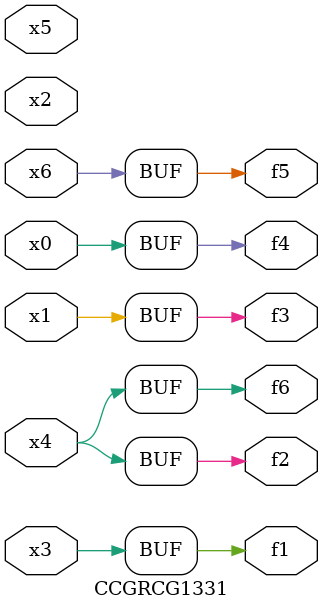
<source format=v>
module CCGRCG1331(
	input x0, x1, x2, x3, x4, x5, x6,
	output f1, f2, f3, f4, f5, f6
);
	assign f1 = x3;
	assign f2 = x4;
	assign f3 = x1;
	assign f4 = x0;
	assign f5 = x6;
	assign f6 = x4;
endmodule

</source>
